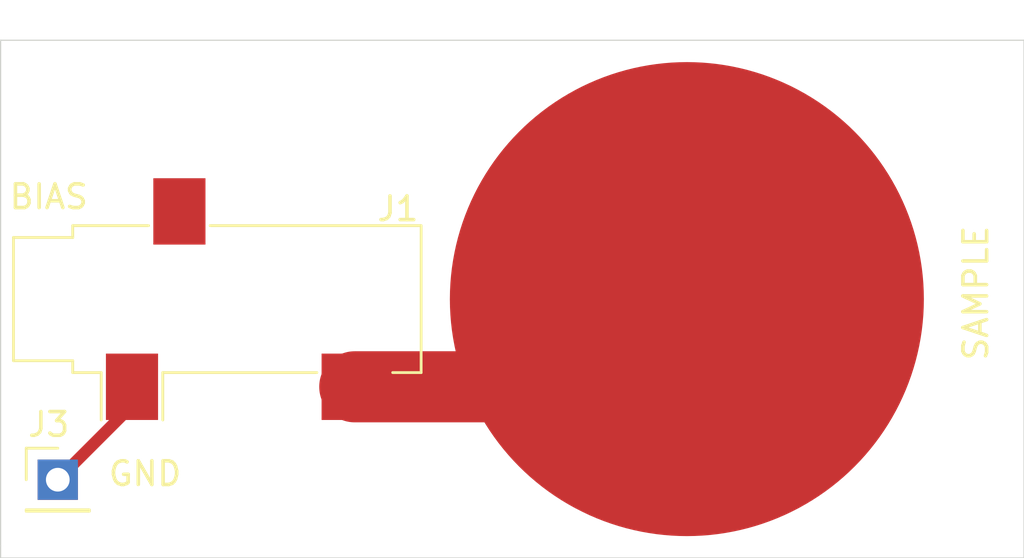
<source format=kicad_pcb>
(kicad_pcb (version 20171130) (host pcbnew "(5.1.6)-1")

  (general
    (thickness 1.6)
    (drawings 8)
    (tracks 4)
    (zones 0)
    (modules 7)
    (nets 3)
  )

  (page A4)
  (layers
    (0 F.Cu signal)
    (31 B.Cu signal)
    (32 B.Adhes user)
    (33 F.Adhes user)
    (34 B.Paste user)
    (35 F.Paste user)
    (36 B.SilkS user)
    (37 F.SilkS user)
    (38 B.Mask user)
    (39 F.Mask user)
    (40 Dwgs.User user hide)
    (41 Cmts.User user)
    (42 Eco1.User user)
    (43 Eco2.User user)
    (44 Edge.Cuts user)
    (45 Margin user)
    (46 B.CrtYd user hide)
    (47 F.CrtYd user hide)
    (48 B.Fab user)
    (49 F.Fab user hide)
  )

  (setup
    (last_trace_width 0.25)
    (user_trace_width 0.5)
    (user_trace_width 3)
    (trace_clearance 0.2)
    (zone_clearance 0.508)
    (zone_45_only no)
    (trace_min 0.2)
    (via_size 0.8)
    (via_drill 0.4)
    (via_min_size 0.4)
    (via_min_drill 0.3)
    (uvia_size 0.3)
    (uvia_drill 0.1)
    (uvias_allowed no)
    (uvia_min_size 0.2)
    (uvia_min_drill 0.1)
    (edge_width 0.05)
    (segment_width 0.2)
    (pcb_text_width 0.3)
    (pcb_text_size 1.5 1.5)
    (mod_edge_width 0.12)
    (mod_text_size 1 1)
    (mod_text_width 0.15)
    (pad_size 1.524 1.524)
    (pad_drill 0.762)
    (pad_to_mask_clearance 0.05)
    (aux_axis_origin 0 0)
    (visible_elements 7FFFFFFF)
    (pcbplotparams
      (layerselection 0x010fc_ffffffff)
      (usegerberextensions false)
      (usegerberattributes true)
      (usegerberadvancedattributes true)
      (creategerberjobfile true)
      (excludeedgelayer true)
      (linewidth 0.100000)
      (plotframeref false)
      (viasonmask false)
      (mode 1)
      (useauxorigin false)
      (hpglpennumber 1)
      (hpglpenspeed 20)
      (hpglpendiameter 15.000000)
      (psnegative false)
      (psa4output false)
      (plotreference true)
      (plotvalue true)
      (plotinvisibletext false)
      (padsonsilk false)
      (subtractmaskfromsilk false)
      (outputformat 1)
      (mirror false)
      (drillshape 0)
      (scaleselection 1)
      (outputdirectory "gerbers/"))
  )

  (net 0 "")
  (net 1 "Net-(J1-PadT)")
  (net 2 "Net-(J1-PadS)")

  (net_class Default "This is the default net class."
    (clearance 0.2)
    (trace_width 0.25)
    (via_dia 0.8)
    (via_drill 0.4)
    (uvia_dia 0.3)
    (uvia_drill 0.1)
    (add_net "Net-(J1-PadS)")
    (add_net "Net-(J1-PadT)")
  )

  (module Connector_PinHeader_2.54mm:PinHeader_1x01_P2.54mm_Vertical (layer F.Cu) (tedit 59FED5CC) (tstamp 5F79768C)
    (at 86.233 125.222)
    (descr "Through hole straight pin header, 1x01, 2.54mm pitch, single row")
    (tags "Through hole pin header THT 1x01 2.54mm single row")
    (path /5F79ABFF)
    (fp_text reference J3 (at -0.381 -2.33) (layer F.SilkS)
      (effects (font (size 1 1) (thickness 0.15)))
    )
    (fp_text value Conn_01x01_Female (at 0 2.33) (layer F.Fab)
      (effects (font (size 1 1) (thickness 0.15)))
    )
    (fp_line (start 1.8 -1.8) (end -1.8 -1.8) (layer F.CrtYd) (width 0.05))
    (fp_line (start 1.8 1.8) (end 1.8 -1.8) (layer F.CrtYd) (width 0.05))
    (fp_line (start -1.8 1.8) (end 1.8 1.8) (layer F.CrtYd) (width 0.05))
    (fp_line (start -1.8 -1.8) (end -1.8 1.8) (layer F.CrtYd) (width 0.05))
    (fp_line (start -1.33 -1.33) (end 0 -1.33) (layer F.SilkS) (width 0.12))
    (fp_line (start -1.33 0) (end -1.33 -1.33) (layer F.SilkS) (width 0.12))
    (fp_line (start -1.33 1.27) (end 1.33 1.27) (layer F.SilkS) (width 0.12))
    (fp_line (start 1.33 1.27) (end 1.33 1.33) (layer F.SilkS) (width 0.12))
    (fp_line (start -1.33 1.27) (end -1.33 1.33) (layer F.SilkS) (width 0.12))
    (fp_line (start -1.33 1.33) (end 1.33 1.33) (layer F.SilkS) (width 0.12))
    (fp_line (start -1.27 -0.635) (end -0.635 -1.27) (layer F.Fab) (width 0.1))
    (fp_line (start -1.27 1.27) (end -1.27 -0.635) (layer F.Fab) (width 0.1))
    (fp_line (start 1.27 1.27) (end -1.27 1.27) (layer F.Fab) (width 0.1))
    (fp_line (start 1.27 -1.27) (end 1.27 1.27) (layer F.Fab) (width 0.1))
    (fp_line (start -0.635 -1.27) (end 1.27 -1.27) (layer F.Fab) (width 0.1))
    (fp_text user %R (at 0 0 90) (layer F.Fab)
      (effects (font (size 1 1) (thickness 0.15)))
    )
    (pad 1 thru_hole rect (at 0 0) (size 1.7 1.7) (drill 1) (layers *.Cu *.Mask)
      (net 2 "Net-(J1-PadS)"))
    (model ${KISYS3DMOD}/Connector_PinHeader_2.54mm.3dshapes/PinHeader_1x01_P2.54mm_Vertical.wrl
      (at (xyz 0 0 0))
      (scale (xyz 1 1 1))
      (rotate (xyz 0 0 0))
    )
  )

  (module samplepad:mountingpad (layer F.Cu) (tedit 5F791A2A) (tstamp 5F797666)
    (at 112.506 105.232)
    (path /5F799EAB)
    (fp_text reference J2 (at 0 0.5) (layer Dwgs.User)
      (effects (font (size 1 1) (thickness 0.15)))
    )
    (fp_text value Conn_01x01_Female (at 0 -0.5) (layer F.Fab)
      (effects (font (size 1 1) (thickness 0.15)))
    )
    (pad 1 smd circle (at 0.27 12.37) (size 20 20) (layers F.Cu F.Paste F.Mask)
      (net 1 "Net-(J1-PadT)"))
  )

  (module Connector_Audio:Jack_3.5mm_CUI_SJ-3523-SMT_Horizontal (layer F.Cu) (tedit 5C635420) (tstamp 5F797661)
    (at 92.964 117.602 90)
    (descr "3.5 mm, Stereo, Right Angle, Surface Mount (SMT), Audio Jack Connector (https://www.cui.com/product/resource/sj-352x-smt-series.pdf)")
    (tags "3.5mm audio cui horizontal jack stereo")
    (path /5F7966D3)
    (attr smd)
    (fp_text reference J1 (at 3.81 7.62 180) (layer F.SilkS)
      (effects (font (size 1 1) (thickness 0.15)))
    )
    (fp_text value AudioJack2 (at 0 10.35 90) (layer F.Fab)
      (effects (font (size 1 1) (thickness 0.15)))
    )
    (fp_line (start -3.1 -2.3) (end -5.1 -2.3) (layer F.SilkS) (width 0.12))
    (fp_line (start -3.1 -4.9) (end -5.1 -4.9) (layer F.SilkS) (width 0.12))
    (fp_line (start -3.1 4.2) (end -3.1 -2.3) (layer F.SilkS) (width 0.12))
    (fp_line (start -3.1 8.6) (end -3.1 7.4) (layer F.SilkS) (width 0.12))
    (fp_line (start 3.1 8.6) (end -3.1 8.6) (layer F.SilkS) (width 0.12))
    (fp_line (start 3.1 -0.3) (end 3.1 8.6) (layer F.SilkS) (width 0.12))
    (fp_line (start 3.1 -6.1) (end 3.1 -2.9) (layer F.SilkS) (width 0.12))
    (fp_line (start 2.6 -6.1) (end 3.1 -6.1) (layer F.SilkS) (width 0.12))
    (fp_line (start 2.6 -8.6) (end 2.6 -6.1) (layer F.SilkS) (width 0.12))
    (fp_line (start -2.6 -8.6) (end 2.6 -8.6) (layer F.SilkS) (width 0.12))
    (fp_line (start -2.6 -6.1) (end -2.6 -8.6) (layer F.SilkS) (width 0.12))
    (fp_line (start -3.1 -6.1) (end -2.6 -6.1) (layer F.SilkS) (width 0.12))
    (fp_line (start -3.1 -4.9) (end -3.1 -6.1) (layer F.SilkS) (width 0.12))
    (fp_line (start -5.6 -9) (end 5.6 -9) (layer F.CrtYd) (width 0.05))
    (fp_line (start -5.6 9) (end -5.6 -9) (layer F.CrtYd) (width 0.05))
    (fp_line (start 5.6 9) (end -5.6 9) (layer F.CrtYd) (width 0.05))
    (fp_line (start 5.6 -9) (end 5.6 9) (layer F.CrtYd) (width 0.05))
    (fp_line (start 2.5 -6) (end 3 -6) (layer F.Fab) (width 0.1))
    (fp_line (start 2.5 -8.5) (end 2.5 -6) (layer F.Fab) (width 0.1))
    (fp_line (start -2.5 -8.5) (end 2.5 -8.5) (layer F.Fab) (width 0.1))
    (fp_line (start -2.5 -6) (end -2.5 -8.5) (layer F.Fab) (width 0.1))
    (fp_line (start -3 -6) (end -2.5 -6) (layer F.Fab) (width 0.1))
    (fp_line (start -3 8.5) (end -3 -6) (layer F.Fab) (width 0.1))
    (fp_line (start 3 8.5) (end -3 8.5) (layer F.Fab) (width 0.1))
    (fp_line (start 3 -6) (end 3 8.5) (layer F.Fab) (width 0.1))
    (fp_text user %R (at 0 0 90) (layer F.Fab)
      (effects (font (size 1 1) (thickness 0.15)))
    )
    (pad "" np_thru_hole circle (at 0 4.5 90) (size 1.7 1.7) (drill 1.7) (layers *.Cu *.Mask))
    (pad "" np_thru_hole circle (at 0 -2.5 90) (size 1.7 1.7) (drill 1.7) (layers *.Cu *.Mask))
    (pad T smd rect (at -3.7 5.8 90) (size 2.8 2.8) (layers F.Cu F.Paste F.Mask)
      (net 1 "Net-(J1-PadT)"))
    (pad S smd rect (at -3.7 -3.6 90) (size 2.8 2.2) (layers F.Cu F.Paste F.Mask)
      (net 2 "Net-(J1-PadS)"))
    (pad R smd rect (at 3.7 -1.6 90) (size 2.8 2.2) (layers F.Cu F.Paste F.Mask))
    (model ${KISYS3DMOD}/Connector_Audio.3dshapes/Jack_3.5mm_CUI_SJ-3523-SMT_Horizontal.wrl
      (at (xyz 0 0 0))
      (scale (xyz 1 1 1))
      (rotate (xyz 0 0 0))
    )
  )

  (module MountingHole:MountingHole_2.2mm_M2 (layer F.Cu) (tedit 56D1B4CB) (tstamp 5F79763E)
    (at 95.25 109.22)
    (descr "Mounting Hole 2.2mm, no annular, M2")
    (tags "mounting hole 2.2mm no annular m2")
    (path /5F79E7DC)
    (attr virtual)
    (fp_text reference H4 (at 0 -3.2) (layer Dwgs.User)
      (effects (font (size 1 1) (thickness 0.15)))
    )
    (fp_text value MountingHole (at 0 3.2) (layer F.Fab)
      (effects (font (size 1 1) (thickness 0.15)))
    )
    (fp_circle (center 0 0) (end 2.45 0) (layer F.CrtYd) (width 0.05))
    (fp_circle (center 0 0) (end 2.2 0) (layer Cmts.User) (width 0.15))
    (fp_text user %R (at 0.3 0) (layer F.Fab)
      (effects (font (size 1 1) (thickness 0.15)))
    )
    (pad 1 np_thru_hole circle (at 0 0) (size 2.2 2.2) (drill 2.2) (layers *.Cu *.Mask))
  )

  (module MountingHole:MountingHole_2.2mm_M2 (layer F.Cu) (tedit 56D1B4CB) (tstamp 5F797636)
    (at 95.25 125.73)
    (descr "Mounting Hole 2.2mm, no annular, M2")
    (tags "mounting hole 2.2mm no annular m2")
    (path /5F79E50C)
    (attr virtual)
    (fp_text reference H3 (at 0 -3.2) (layer Dwgs.User)
      (effects (font (size 1 1) (thickness 0.15)))
    )
    (fp_text value MountingHole (at 0 3.2) (layer F.Fab)
      (effects (font (size 1 1) (thickness 0.15)))
    )
    (fp_circle (center 0 0) (end 2.45 0) (layer F.CrtYd) (width 0.05))
    (fp_circle (center 0 0) (end 2.2 0) (layer Cmts.User) (width 0.15))
    (fp_text user %R (at 0.3 0) (layer F.Fab)
      (effects (font (size 1 1) (thickness 0.15)))
    )
    (pad 1 np_thru_hole circle (at 0 0) (size 2.2 2.2) (drill 2.2) (layers *.Cu *.Mask))
  )

  (module MountingHole:MountingHole_2.2mm_M2 (layer F.Cu) (tedit 56D1B4CB) (tstamp 5F79762E)
    (at 123.952 125.73)
    (descr "Mounting Hole 2.2mm, no annular, M2")
    (tags "mounting hole 2.2mm no annular m2")
    (path /5F79D83C)
    (attr virtual)
    (fp_text reference H2 (at 0 -3.2) (layer Dwgs.User)
      (effects (font (size 1 1) (thickness 0.15)))
    )
    (fp_text value MountingHole (at 0 3.2) (layer F.Fab)
      (effects (font (size 1 1) (thickness 0.15)))
    )
    (fp_circle (center 0 0) (end 2.45 0) (layer F.CrtYd) (width 0.05))
    (fp_circle (center 0 0) (end 2.2 0) (layer Cmts.User) (width 0.15))
    (fp_text user %R (at 0.3 0) (layer F.Fab)
      (effects (font (size 1 1) (thickness 0.15)))
    )
    (pad 1 np_thru_hole circle (at 0 0) (size 2.2 2.2) (drill 2.2) (layers *.Cu *.Mask))
  )

  (module MountingHole:MountingHole_2.2mm_M2 (layer F.Cu) (tedit 56D1B4CB) (tstamp 5F797626)
    (at 124.46 109.22)
    (descr "Mounting Hole 2.2mm, no annular, M2")
    (tags "mounting hole 2.2mm no annular m2")
    (path /5F79E1AC)
    (attr virtual)
    (fp_text reference H1 (at 0 -3.2) (layer Dwgs.User)
      (effects (font (size 1 1) (thickness 0.15)))
    )
    (fp_text value MountingHole (at 0 3.2) (layer F.Fab)
      (effects (font (size 1 1) (thickness 0.15)))
    )
    (fp_circle (center 0 0) (end 2.45 0) (layer F.CrtYd) (width 0.05))
    (fp_circle (center 0 0) (end 2.2 0) (layer Cmts.User) (width 0.15))
    (fp_text user %R (at 0.3 0) (layer F.Fab)
      (effects (font (size 1 1) (thickness 0.15)))
    )
    (pad 1 np_thru_hole circle (at 0 0) (size 2.2 2.2) (drill 2.2) (layers *.Cu *.Mask))
  )

  (gr_line (start 127 128.524) (end 127 106.68) (layer Edge.Cuts) (width 0.05) (tstamp 5F797DB1))
  (gr_line (start 83.82 128.524) (end 127 128.524) (layer Edge.Cuts) (width 0.05))
  (gr_line (start 83.82 128.016) (end 83.82 128.524) (layer Edge.Cuts) (width 0.05))
  (gr_line (start 83.82 106.68) (end 83.82 128.016) (layer Edge.Cuts) (width 0.05))
  (gr_line (start 127 106.68) (end 83.82 106.68) (layer Edge.Cuts) (width 0.05))
  (gr_text BIAS (at 85.852 113.284) (layer F.SilkS)
    (effects (font (size 1 1) (thickness 0.15)))
  )
  (gr_text GND (at 89.916 124.968) (layer F.SilkS)
    (effects (font (size 1 1) (thickness 0.15)))
  )
  (gr_text SAMPLE (at 124.968 117.348 90) (layer F.SilkS)
    (effects (font (size 1 1) (thickness 0.15)))
  )

  (segment (start 108.115999 121.302) (end 112.577999 116.84) (width 3) (layer F.Cu) (net 1))
  (segment (start 98.764 121.302) (end 108.115999 121.302) (width 3) (layer F.Cu) (net 1))
  (segment (start 89.364 122.091) (end 86.233 125.222) (width 0.5) (layer F.Cu) (net 2))
  (segment (start 89.364 121.302) (end 89.364 122.091) (width 0.5) (layer F.Cu) (net 2))

)

</source>
